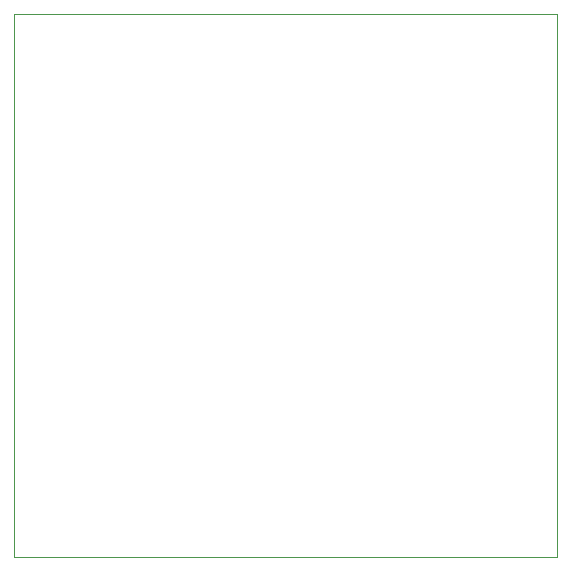
<source format=gbr>
%TF.GenerationSoftware,KiCad,Pcbnew,9.0.2*%
%TF.CreationDate,2025-07-18T12:05:28+02:00*%
%TF.ProjectId,Ligther,4c696774-6865-4722-9e6b-696361645f70,rev?*%
%TF.SameCoordinates,Original*%
%TF.FileFunction,Profile,NP*%
%FSLAX46Y46*%
G04 Gerber Fmt 4.6, Leading zero omitted, Abs format (unit mm)*
G04 Created by KiCad (PCBNEW 9.0.2) date 2025-07-18 12:05:28*
%MOMM*%
%LPD*%
G01*
G04 APERTURE LIST*
%TA.AperFunction,Profile*%
%ADD10C,0.050000*%
%TD*%
G04 APERTURE END LIST*
D10*
X77000000Y-33000000D02*
X123000000Y-33000000D01*
X123000000Y-79000000D01*
X77000000Y-79000000D01*
X77000000Y-33000000D01*
M02*

</source>
